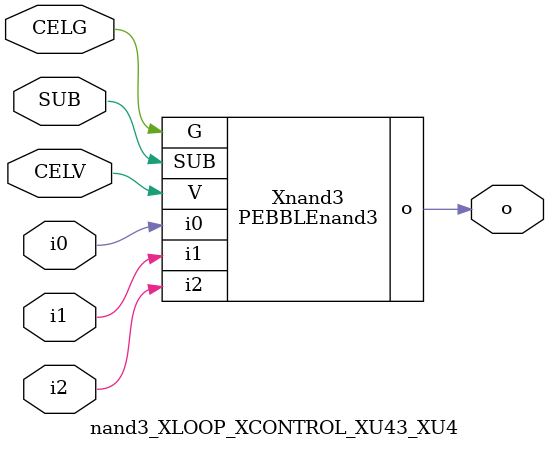
<source format=v>



module PEBBLEnand3 ( o, G, SUB, V, i0, i1, i2 );

  input i0;
  input V;
  input i2;
  input i1;
  input G;
  output o;
  input SUB;
endmodule

//Celera Confidential Do Not Copy nand3_XLOOP_XCONTROL_XU43_XU4
//Celera Confidential Symbol Generator
//5V Inverter
module nand3_XLOOP_XCONTROL_XU43_XU4 (CELV,CELG,i0,i1,i2,o,SUB);
input CELV;
input CELG;
input i0;
input i1;
input i2;
input SUB;
output o;

//Celera Confidential Do Not Copy nand3
PEBBLEnand3 Xnand3(
.V (CELV),
.i0 (i0),
.i1 (i1),
.i2 (i2),
.o (o),
.SUB (SUB),
.G (CELG)
);
//,diesize,PEBBLEnand3

//Celera Confidential Do Not Copy Module End
//Celera Schematic Generator
endmodule

</source>
